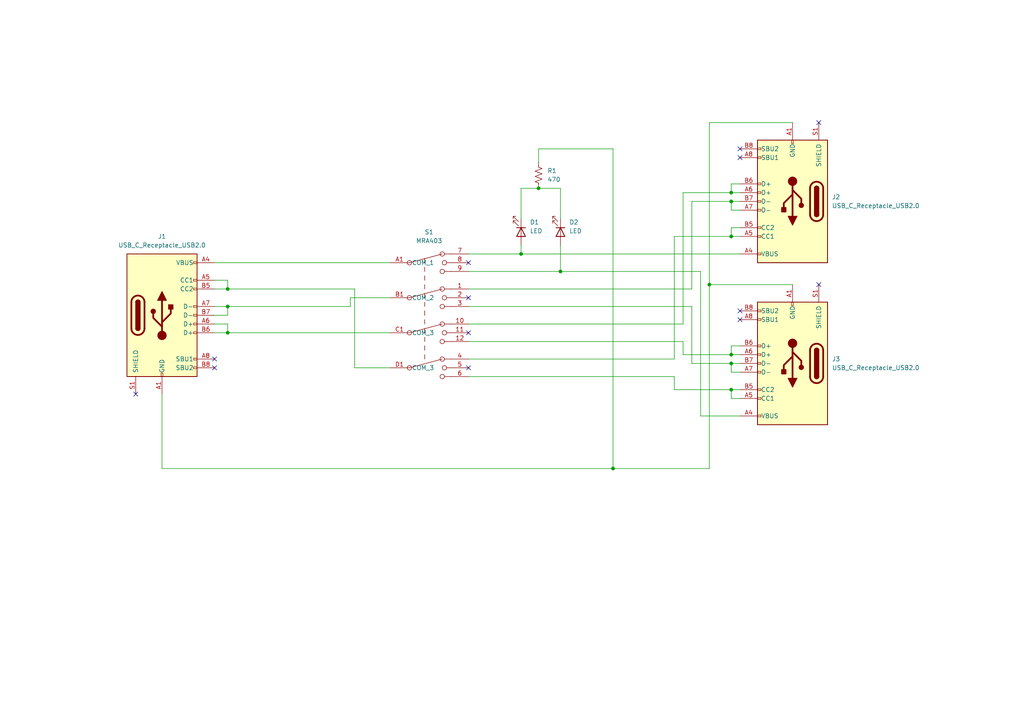
<source format=kicad_sch>
(kicad_sch (version 20211123) (generator eeschema)
  (paper "A4")
  (lib_symbols
    (symbol "Connector:USB_C_Receptacle_USB2.0" (pin_names (offset 1.016))
      (property "Reference" "J" (at -10.16 19.05 0))
      (property "Value" "USB_C_Receptacle_USB2.0" (at 19.05 19.05 0))
      (symbol "USB_C_Receptacle_USB2.0_0_0"
        (rectangle (start -0.254 -17.78) (end 0.254 -16.764))
        (rectangle (start 10.16 -14.986) (end 9.144 -15.494))
        (rectangle (start 10.16 -12.446) (end 9.144 -12.954))
        (rectangle (start 10.16 -4.826) (end 9.144 -5.334))
        (rectangle (start 10.16 -2.286) (end 9.144 -2.794))
        (rectangle (start 10.16 0.254) (end 9.144 -0.254))
        (rectangle (start 10.16 2.794) (end 9.144 2.286))
        (rectangle (start 10.16 7.874) (end 9.144 7.366))
        (rectangle (start 10.16 10.414) (end 9.144 9.906))
        (rectangle (start 10.16 15.494) (end 9.144 14.986))
      )
      (symbol "USB_C_Receptacle_USB2.0_0_1"
        (rectangle (start -10.16 17.78) (end 10.16 -17.78) (stroke (width 0.254)) (fill (type background)))
        (arc (start -8.89 -3.81) (mid -6.985 -5.715) (end -5.08 -3.81) (stroke (width 0.508)))
        (arc (start -7.62 -3.81) (mid -6.985 -4.445) (end -6.35 -3.81) (stroke (width 0.254)))
        (arc (start -7.62 -3.81) (mid -6.985 -4.445) (end -6.35 -3.81) (stroke (width 0.254)) (fill (type outline)))
        (rectangle (start -7.62 -3.81) (end -6.35 3.81) (stroke (width 0.254)) (fill (type outline)))
        (arc (start -6.35 3.81) (mid -6.985 4.445) (end -7.62 3.81) (stroke (width 0.254)))
        (arc (start -6.35 3.81) (mid -6.985 4.445) (end -7.62 3.81) (stroke (width 0.254)) (fill (type outline)))
        (arc (start -5.08 3.81) (mid -6.985 5.715) (end -8.89 3.81) (stroke (width 0.508)))
        (circle (center -2.54 1.143) (radius 0.635) (stroke (width 0.254)) (fill (type outline)))
        (circle (center 0 -5.842) (radius 1.27) (fill (type outline)))
        (polyline (pts (xy -8.89 -3.81) (xy -8.89 3.81)) (stroke (width 0.508)))
        (polyline (pts (xy -5.08 3.81) (xy -5.08 -3.81)) (stroke (width 0.508)))
        (polyline (pts (xy 0 -5.842) (xy 0 4.318)) (stroke (width 0.508)))
        (polyline (pts (xy 0 -3.302) (xy -2.54 -0.762) (xy -2.54 0.508)) (stroke (width 0.508)))
        (polyline (pts (xy 0 -2.032) (xy 2.54 0.508) (xy 2.54 1.778)) (stroke (width 0.508)))
        (polyline (pts (xy -1.27 4.318) (xy 0 6.858) (xy 1.27 4.318) (xy -1.27 4.318)) (stroke (width 0.254)) (fill (type outline)))
        (rectangle (start 1.905 1.778) (end 3.175 3.048) (stroke (width 0.254)) (fill (type outline)))
      )
      (symbol "USB_C_Receptacle_USB2.0_1_1"
        (pin passive line (at 0 -22.86 90) (length 5.08) (name "GND") (number "A1"))
        (pin passive line (at 0 -22.86 90) (length 5.08) hide (name "GND") (number "A12"))
        (pin passive line (at 15.24 15.24 180) (length 5.08) (name "VBUS") (number "A4"))
        (pin bidirectional line (at 15.24 10.16 180) (length 5.08) (name "CC1") (number "A5"))
        (pin bidirectional line (at 15.24 -2.54 180) (length 5.08) (name "D+") (number "A6"))
        (pin bidirectional line (at 15.24 2.54 180) (length 5.08) (name "D-") (number "A7"))
        (pin bidirectional line (at 15.24 -12.7 180) (length 5.08) (name "SBU1") (number "A8"))
        (pin passive line (at 15.24 15.24 180) (length 5.08) hide (name "VBUS") (number "A9"))
        (pin passive line (at 0 -22.86 90) (length 5.08) hide (name "GND") (number "B1"))
        (pin passive line (at 0 -22.86 90) (length 5.08) hide (name "GND") (number "B12"))
        (pin passive line (at 15.24 15.24 180) (length 5.08) hide (name "VBUS") (number "B4"))
        (pin bidirectional line (at 15.24 7.62 180) (length 5.08) (name "CC2") (number "B5"))
        (pin bidirectional line (at 15.24 -5.08 180) (length 5.08) (name "D+") (number "B6"))
        (pin bidirectional line (at 15.24 0 180) (length 5.08) (name "D-") (number "B7"))
        (pin bidirectional line (at 15.24 -15.24 180) (length 5.08) (name "SBU2") (number "B8"))
        (pin passive line (at 15.24 15.24 180) (length 5.08) hide (name "VBUS") (number "B9"))
        (pin passive line (at -7.62 -22.86 90) (length 5.08) (name "SHIELD") (number "S1"))
      )
    )
    (symbol "Device:LED" (pin_numbers hide) (pin_names (offset 1.016) hide)
      (property "Reference" "D" (at 0 2.54 0))
      (property "Value" "LED" (at 0 -2.54 0))
      (symbol "LED_0_1"
        (polyline (pts (xy -1.27 -1.27) (xy -1.27 1.27)) (stroke (width 0.254)))
        (polyline (pts (xy -1.27 0) (xy 1.27 0)))
        (polyline (pts (xy 1.27 -1.27) (xy 1.27 1.27) (xy -1.27 0) (xy 1.27 -1.27)) (stroke (width 0.254)))
        (polyline (pts (xy -3.048 -0.762) (xy -4.572 -2.286) (xy -3.81 -2.286) (xy -4.572 -2.286) (xy -4.572 -1.524)))
        (polyline (pts (xy -1.778 -0.762) (xy -3.302 -2.286) (xy -2.54 -2.286) (xy -3.302 -2.286) (xy -3.302 -1.524)))
      )
      (symbol "LED_1_1"
        (pin passive line (at -3.81 0 0) (length 2.54) (name "K") (number "1"))
        (pin passive line (at 3.81 0 180) (length 2.54) (name "A") (number "2"))
      )
    )
    (symbol "Device:R_US" (pin_numbers hide) (pin_names (offset 0))
      (property "Reference" "R" (at 2.54 0 90))
      (property "Value" "R_US" (at -2.54 0 90))
      (symbol "R_US_0_1"
        (polyline (pts (xy 0 -2.286) (xy 0 -2.54)))
        (polyline (pts (xy 0 2.286) (xy 0 2.54)))
        (polyline (pts (xy 0 -0.762) (xy 1.016 -1.143) (xy 0 -1.524) (xy -1.016 -1.905) (xy 0 -2.286)))
        (polyline (pts (xy 0 0.762) (xy 1.016 0.381) (xy 0 0) (xy -1.016 -0.381) (xy 0 -0.762)))
        (polyline (pts (xy 0 2.286) (xy 1.016 1.905) (xy 0 1.524) (xy -1.016 1.143) (xy 0 0.762)))
      )
      (symbol "R_US_1_1"
        (pin passive line (at 0 3.81 270) (length 1.27) (name "~") (number "1"))
        (pin passive line (at 0 -3.81 90) (length 1.27) (name "~") (number "2"))
      )
    )
    (symbol "MySymbols:MRA403" (pin_names (offset 0.762))
      (property "Reference" "S" (at -25.4 41.91 0))
      (property "Value" "MRA403" (at -27.94 45.72 0))
      (symbol "MRA403_0_0"
        (circle (center -28.575 7.62) (radius 0.635))
        (circle (center -28.575 17.78) (radius 0.635))
        (circle (center -28.575 27.94) (radius 0.635))
        (circle (center -28.575 38.1) (radius 0.635))
        (circle (center -19.05 5.08) (radius 0.635))
        (circle (center -19.05 10.16) (radius 0.635))
        (circle (center -19.05 15.24) (radius 0.635))
        (circle (center -19.05 20.32) (radius 0.635))
        (circle (center -19.05 25.4) (radius 0.635))
        (circle (center -19.05 30.48) (radius 0.635))
        (circle (center -19.05 35.56) (radius 0.635))
        (circle (center -19.05 40.64) (radius 0.635))
        (circle (center -18.415 7.62) (radius 0.635))
        (circle (center -18.415 17.78) (radius 0.635))
        (circle (center -18.415 27.94) (radius 0.635))
        (circle (center -18.415 38.1) (radius 0.635))
        (polyline (pts (xy -28.575 7.62) (xy -19.05 10.16)))
        (polyline (pts (xy -28.575 17.78) (xy -19.05 20.32)))
        (polyline (pts (xy -28.575 27.94) (xy -19.05 30.48)))
        (polyline (pts (xy -28.575 38.1) (xy -19.05 40.64)))
        (polyline (pts (xy -24.13 10.16) (xy -24.13 11.43)))
        (polyline (pts (xy -24.13 12.7) (xy -24.13 13.97)))
        (polyline (pts (xy -24.13 12.7) (xy -24.13 13.97)))
        (polyline (pts (xy -24.13 15.24) (xy -24.13 16.51)))
        (polyline (pts (xy -24.13 17.78) (xy -24.13 19.05)))
        (polyline (pts (xy -24.13 20.32) (xy -24.13 21.59)))
        (polyline (pts (xy -24.13 22.86) (xy -24.13 24.13)))
        (polyline (pts (xy -24.13 22.86) (xy -24.13 24.13)))
        (polyline (pts (xy -24.13 25.4) (xy -24.13 26.67)))
        (polyline (pts (xy -24.13 27.94) (xy -24.13 29.21)))
        (polyline (pts (xy -24.13 30.48) (xy -24.13 31.75)))
        (polyline (pts (xy -24.13 33.02) (xy -24.13 34.29)))
        (polyline (pts (xy -24.13 33.02) (xy -24.13 34.29)))
        (polyline (pts (xy -24.13 35.56) (xy -24.13 36.83)))
        (polyline (pts (xy -24.13 38.1) (xy -24.13 39.37)))
        (polyline (pts (xy -18.415 5.08) (xy -16.51 5.08)))
        (polyline (pts (xy -18.415 10.16) (xy -16.51 10.16)))
        (polyline (pts (xy -18.415 15.24) (xy -16.51 15.24)))
        (polyline (pts (xy -18.415 20.32) (xy -16.51 20.32)))
        (polyline (pts (xy -18.415 25.4) (xy -16.51 25.4)))
        (polyline (pts (xy -18.415 30.48) (xy -16.51 30.48)))
        (polyline (pts (xy -18.415 35.56) (xy -16.51 35.56)))
        (polyline (pts (xy -18.415 40.64) (xy -16.51 40.64)))
        (polyline (pts (xy -17.78 7.62) (xy -16.51 7.62)))
        (polyline (pts (xy -17.78 17.78) (xy -16.51 17.78)))
        (polyline (pts (xy -17.78 27.94) (xy -16.51 27.94)))
        (polyline (pts (xy -17.78 38.1) (xy -16.51 38.1)))
        (pin passive line (at -11.43 30.48 180) (length 5.08) (name "") (number "1"))
        (pin passive line (at -11.43 20.32 180) (length 5.08) (name "") (number "10"))
        (pin passive line (at -11.43 17.78 180) (length 5.08) (name "") (number "11"))
        (pin passive line (at -11.43 15.24 180) (length 5.08) (name "") (number "12"))
        (pin passive line (at -11.43 27.94 180) (length 5.08) (name "") (number "2"))
        (pin passive line (at -11.43 25.4 180) (length 5.08) (name "") (number "3"))
        (pin passive line (at -11.43 10.16 180) (length 5.08) (name "") (number "4"))
        (pin passive line (at -11.43 7.62 180) (length 5.08) (name "") (number "5"))
        (pin passive line (at -11.43 5.08 180) (length 5.08) (name "") (number "6"))
        (pin passive line (at -11.43 40.64 180) (length 5.08) (name "") (number "7"))
        (pin passive line (at -11.43 38.1 180) (length 5.08) (name "") (number "8"))
        (pin passive line (at -11.43 35.56 180) (length 5.08) (name "") (number "9"))
        (pin passive line (at -34.29 38.1 0) (length 5.7) (name "COM_1") (number "A1"))
        (pin passive line (at -34.29 27.94 0) (length 5.7) (name "COM_2") (number "B1"))
        (pin passive line (at -34.29 17.78 0) (length 5.7) (name "COM_3") (number "C1"))
        (pin passive line (at -34.29 7.62 0) (length 5.7) (name "COM_3") (number "D1"))
      )
    )
  )
  (junction (at 212.09 68.58))
  (junction (at 66.04 83.82))
  (junction (at 66.04 96.52))
  (junction (at 212.09 105.41))
  (junction (at 212.09 55.88))
  (junction (at 205.74 82.55))
  (junction (at 177.8 135.89))
  (junction (at 66.04 88.9))
  (junction (at 156.21 54.61))
  (junction (at 212.09 58.42))
  (junction (at 212.09 102.87))
  (junction (at 212.09 113.03))
  (junction (at 151.13 73.66))
  (junction (at 162.56 78.74))
  (no_connect (at 214.63 90.17))
  (no_connect (at 214.63 92.71))
  (no_connect (at 237.49 82.55))
  (no_connect (at 237.49 35.56))
  (no_connect (at 214.63 43.18))
  (no_connect (at 214.63 45.72))
  (no_connect (at 62.23 104.14))
  (no_connect (at 62.23 106.68))
  (no_connect (at 39.37 114.3))
  (no_connect (at 135.89 76.2))
  (no_connect (at 135.89 106.68))
  (no_connect (at 135.89 86.36))
  (no_connect (at 135.89 96.52))
  (wire (pts (xy 198.12 102.87) (xy 212.09 102.87)))
  (wire (pts (xy 212.09 55.88) (xy 214.63 55.88)))
  (wire (pts (xy 205.74 82.55) (xy 205.74 135.89)))
  (wire (pts (xy 62.23 76.2) (xy 113.03 76.2)))
  (wire (pts (xy 198.12 93.98) (xy 198.12 55.88)))
  (wire (pts (xy 151.13 71.12) (xy 151.13 73.66)))
  (wire (pts (xy 200.66 58.42) (xy 212.09 58.42)))
  (wire (pts (xy 101.6 86.36) (xy 113.03 86.36)))
  (wire (pts (xy 135.89 109.22) (xy 195.58 109.22)))
  (wire (pts (xy 205.74 35.56) (xy 205.74 82.55)))
  (wire (pts (xy 162.56 71.12) (xy 162.56 78.74)))
  (wire (pts (xy 62.23 91.44) (xy 66.04 91.44)))
  (wire (pts (xy 212.09 102.87) (xy 214.63 102.87)))
  (wire (pts (xy 66.04 96.52) (xy 113.03 96.52)))
  (wire (pts (xy 151.13 54.61) (xy 156.21 54.61)))
  (wire (pts (xy 195.58 104.14) (xy 195.58 68.58)))
  (wire (pts (xy 62.23 83.82) (xy 66.04 83.82)))
  (wire (pts (xy 212.09 113.03) (xy 214.63 113.03)))
  (wire (pts (xy 177.8 43.18) (xy 177.8 135.89)))
  (wire (pts (xy 151.13 73.66) (xy 214.63 73.66)))
  (wire (pts (xy 156.21 43.18) (xy 177.8 43.18)))
  (wire (pts (xy 212.09 68.58) (xy 212.09 66.04)))
  (wire (pts (xy 46.99 135.89) (xy 177.8 135.89)))
  (wire (pts (xy 135.89 93.98) (xy 198.12 93.98)))
  (wire (pts (xy 101.6 88.9) (xy 101.6 86.36)))
  (wire (pts (xy 212.09 100.33) (xy 212.09 102.87)))
  (wire (pts (xy 62.23 93.98) (xy 66.04 93.98)))
  (wire (pts (xy 195.58 113.03) (xy 212.09 113.03)))
  (wire (pts (xy 135.89 88.9) (xy 200.66 88.9)))
  (wire (pts (xy 66.04 93.98) (xy 66.04 96.52)))
  (wire (pts (xy 200.66 58.42) (xy 200.66 83.82)))
  (wire (pts (xy 214.63 60.96) (xy 212.09 60.96)))
  (wire (pts (xy 212.09 55.88) (xy 212.09 53.34)))
  (wire (pts (xy 195.58 68.58) (xy 212.09 68.58)))
  (wire (pts (xy 212.09 105.41) (xy 212.09 107.95)))
  (wire (pts (xy 62.23 81.28) (xy 66.04 81.28)))
  (wire (pts (xy 177.8 135.89) (xy 205.74 135.89)))
  (wire (pts (xy 200.66 105.41) (xy 212.09 105.41)))
  (wire (pts (xy 162.56 78.74) (xy 203.2 78.74)))
  (wire (pts (xy 66.04 88.9) (xy 101.6 88.9)))
  (wire (pts (xy 102.87 106.68) (xy 113.03 106.68)))
  (wire (pts (xy 212.09 53.34) (xy 214.63 53.34)))
  (wire (pts (xy 62.23 88.9) (xy 66.04 88.9)))
  (wire (pts (xy 135.89 83.82) (xy 200.66 83.82)))
  (wire (pts (xy 212.09 66.04) (xy 214.63 66.04)))
  (wire (pts (xy 102.87 83.82) (xy 102.87 106.68)))
  (wire (pts (xy 212.09 60.96) (xy 212.09 58.42)))
  (wire (pts (xy 66.04 91.44) (xy 66.04 88.9)))
  (wire (pts (xy 162.56 54.61) (xy 156.21 54.61)))
  (wire (pts (xy 229.87 82.55) (xy 205.74 82.55)))
  (wire (pts (xy 135.89 73.66) (xy 151.13 73.66)))
  (wire (pts (xy 212.09 113.03) (xy 212.09 115.57)))
  (wire (pts (xy 214.63 100.33) (xy 212.09 100.33)))
  (wire (pts (xy 203.2 120.65) (xy 214.63 120.65)))
  (wire (pts (xy 205.74 35.56) (xy 229.87 35.56)))
  (wire (pts (xy 62.23 96.52) (xy 66.04 96.52)))
  (wire (pts (xy 151.13 63.5) (xy 151.13 54.61)))
  (wire (pts (xy 212.09 107.95) (xy 214.63 107.95)))
  (wire (pts (xy 198.12 102.87) (xy 198.12 99.06)))
  (wire (pts (xy 135.89 78.74) (xy 162.56 78.74)))
  (wire (pts (xy 212.09 68.58) (xy 214.63 68.58)))
  (wire (pts (xy 195.58 109.22) (xy 195.58 113.03)))
  (wire (pts (xy 212.09 58.42) (xy 214.63 58.42)))
  (wire (pts (xy 212.09 105.41) (xy 214.63 105.41)))
  (wire (pts (xy 46.99 114.3) (xy 46.99 135.89)))
  (wire (pts (xy 162.56 63.5) (xy 162.56 54.61)))
  (wire (pts (xy 198.12 55.88) (xy 212.09 55.88)))
  (wire (pts (xy 212.09 115.57) (xy 214.63 115.57)))
  (wire (pts (xy 200.66 88.9) (xy 200.66 105.41)))
  (wire (pts (xy 198.12 99.06) (xy 135.89 99.06)))
  (wire (pts (xy 66.04 83.82) (xy 66.04 81.28)))
  (wire (pts (xy 66.04 83.82) (xy 102.87 83.82)))
  (wire (pts (xy 135.89 104.14) (xy 195.58 104.14)))
  (wire (pts (xy 203.2 78.74) (xy 203.2 120.65)))
  (wire (pts (xy 156.21 46.99) (xy 156.21 43.18)))
  (symbol (lib_id "Device:LED") (at 151.13 67.31 270) (unit 1)
    (property "Reference" "D1" (at 153.67 64.4524 90) (effects (justify left)))
    (property "Value" "LED" (at 153.67 66.9924 90) (effects (justify left)))
    (property "Footprint" "LED_THT:LED_D5.0mm_Clear" (effects hide))
  )
  (symbol (lib_id "MySymbols:MRA403") (at 147.32 114.3 0) (unit 1)
    (property "Reference" "S1" (at 124.46 67.31 0))
    (property "Value" "MRA403" (at 124.46 69.85 0))
    (property "Footprint" "Library:Rotary_Switch_NKK_MRA403-BB_2-3" (effects hide))
    (property "Height" "	" (effects hide))
    (property "Manufacturer_Name" "NKK Switches" (effects hide))
    (property "Manufacturer_Part_Number" "MRA403" (effects hide))
  )
  (symbol (lib_id "Connector:USB_C_Receptacle_USB2.0") (at 46.99 91.44 0) (unit 1)
    (property "Reference" "J1" (at 46.99 68.58 0))
    (property "Value" "USB_C_Receptacle_USB2.0" (at 46.99 71.12 0))
    (property "Footprint" "Connector_USB:USB_C_Receptacle_JAE_DX07S016JA1R1500" (effects hide))
    (property "Datasheet" "https://www.usb.org/sites/default/files/documents/usb_type-c.zip" (effects hide))
  )
  (symbol (lib_id "Device:R_US") (at 156.21 50.8 0) (unit 1)
    (property "Reference" "R1" (at 158.75 49.5299 0) (effects (justify left)))
    (property "Value" "470" (at 158.75 52.0699 0) (effects (justify left)))
    (property "Footprint" "Resistor_THT:R_Axial_DIN0207_L6.3mm_D2.5mm_P10.16mm_Horizontal" (effects hide))
  )
  (symbol (lib_id "Device:LED") (at 162.56 67.31 270) (unit 1)
    (property "Reference" "D2" (at 165.1 64.4524 90) (effects (justify left)))
    (property "Value" "LED" (at 165.1 66.9924 90) (effects (justify left)))
    (property "Footprint" "LED_THT:LED_D5.0mm_Clear" (effects hide))
  )
  (symbol (lib_id "Connector:USB_C_Receptacle_USB2.0") (at 229.87 58.42 180) (unit 1)
    (property "Reference" "J2" (at 241.3 57.1499 0) (effects (justify right)))
    (property "Value" "USB_C_Receptacle_USB2.0" (at 241.3 59.6899 0) (effects (justify right)))
    (property "Footprint" "Connector_USB:USB_C_Receptacle_JAE_DX07S016JA1R1500" (effects hide))
    (property "Datasheet" "https://www.usb.org/sites/default/files/documents/usb_type-c.zip" (effects hide))
  )
  (symbol (lib_id "Connector:USB_C_Receptacle_USB2.0") (at 229.87 105.41 180) (unit 1)
    (property "Reference" "J3" (at 241.3 104.1399 0) (effects (justify right)))
    (property "Value" "USB_C_Receptacle_USB2.0" (at 241.3 106.6799 0) (effects (justify right)))
    (property "Footprint" "Connector_USB:USB_C_Receptacle_JAE_DX07S016JA1R1500" (effects hide))
    (property "Datasheet" "https://www.usb.org/sites/default/files/documents/usb_type-c.zip" (effects hide))
  )
)
</source>
